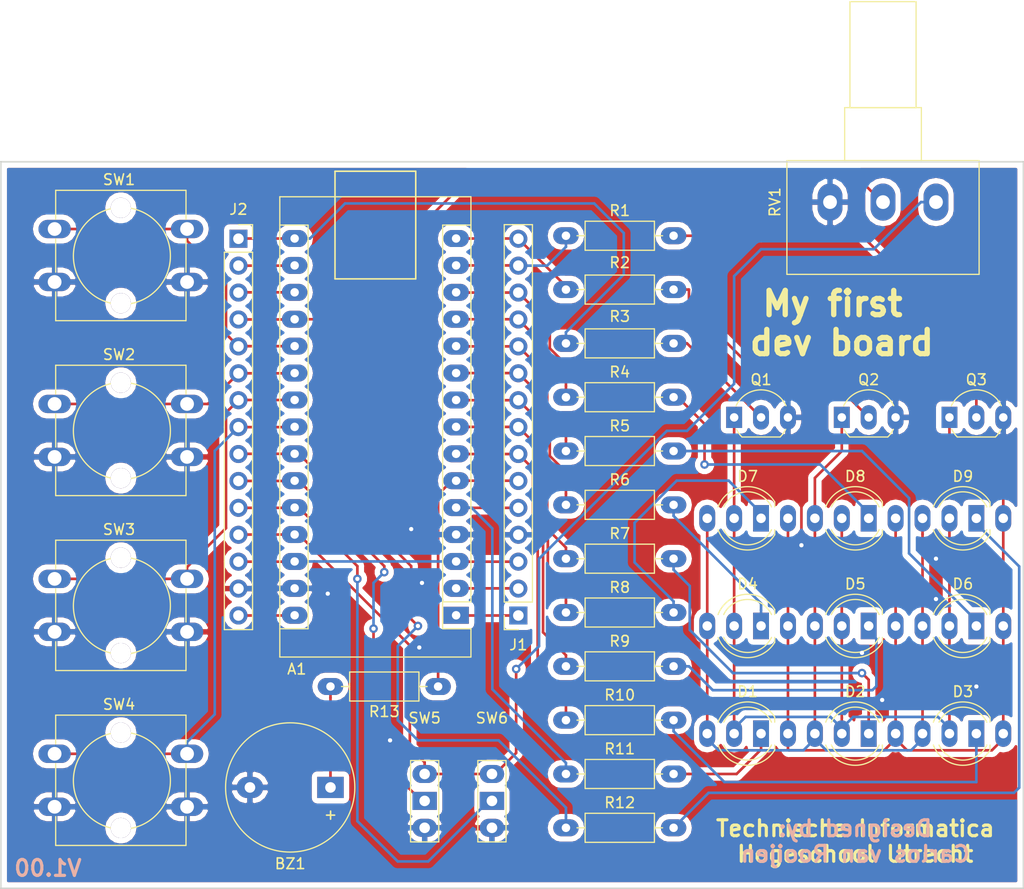
<source format=kicad_pcb>
(kicad_pcb (version 20171130) (host pcbnew 5.1.5)
  (layers (0 F.Cu signal) (31 B.Cu signal) (34 B.Paste user) (35 F.Paste user) (36 B.SilkS user) (37 F.SilkS user) (38 B.Mask user) (39 F.Mask user) (44 Edge.Cuts user))
  (net 0 "")
  (net 1 /tx)
  (net 2 +3V3)
  (net 3 /rx)
  (net 4 /aref)
  (net 5 /reset)
  (net 6 GND)
  (net 7 /sw1)
  (net 8 /led1)
  (net 9 /sw2)
  (net 10 /buzzer)
  (net 11 /sw3)
  (net 12 /led2)
  (net 13 /sw4)
  (net 14 /led3)
  (net 15 /sw5)
  (net 16 /led4)
  (net 17 /sw6)
  (net 18 /led5)
  (net 19 /pot)
  (net 20 /led6)
  (net 21 +5V)
  (net 22 /led7)
  (net 23 /led8)
  (net 24 /blue)
  (net 25 /vin)
  (net 26 /green)
  (net 27 /red)
  (net 28 "Net-(BZ1-Pad1)")
  (net 29 "Net-(D1-Pad1)")
  (net 30 "Net-(D1-Pad3)")
  (net 31 "Net-(D1-Pad2)")
  (net 32 "Net-(D1-Pad4)")
  (net 33 "Net-(D2-Pad4)")
  (net 34 "Net-(D3-Pad4)")
  (net 35 "Net-(D4-Pad4)")
  (net 36 "Net-(D5-Pad4)")
  (net 37 "Net-(D6-Pad4)")
  (net 38 "Net-(D7-Pad4)")
  (net 39 "Net-(D8-Pad4)")
  (net 40 "Net-(Q1-Pad2)")
  (net 41 "Net-(Q2-Pad2)")
  (net 42 "Net-(Q3-Pad2)")
  (net 43 /led9)
  (net 44 "Net-(D9-Pad4)")
  (module lib:LED_D5.0mm-4_RGB_wide (layer F.Cu) (at 84.455 38.1)
    (fp_text reference D8 (at 1.905 -3.96) (layer F.SilkS))
    (fp_text value LED_BGRA)
    (pad 2 thru_hole oval (at -1.905 0) (size 1.5 2.5) (drill 0.9) (layers *.Cu *.Mask) (net 31 "Net-(D1-Pad2)"))
    (pad 1 thru_hole oval (at 0.635 0) (size 1.5 2.5) (drill 0.9) (layers *.Cu *.Mask) (net 29 "Net-(D1-Pad1)"))
    (pad 4 thru_hole rect (at 3.175 0) (size 1.5 2.5) (drill 0.9) (layers *.Cu *.Mask) (net 39 "Net-(D8-Pad4)"))
    (pad 3 thru_hole oval (at 5.715 0) (size 1.5 2.5) (drill 0.9) (layers *.Cu *.Mask) (net 30 "Net-(D1-Pad3)"))
  )
  (module lib:LED_D5.0mm-4_RGB_wide (layer F.Cu) (at 74.295 58.42)
    (fp_text reference D1 (at 1.905 -3.96) (layer F.SilkS))
    (fp_text value LED_BGRA)
    (pad 2 thru_hole oval (at -1.905 0) (size 1.5 2.5) (drill 0.9) (layers *.Cu *.Mask) (net 31 "Net-(D1-Pad2)"))
    (pad 1 thru_hole oval (at 0.635 0) (size 1.5 2.5) (drill 0.9) (layers *.Cu *.Mask) (net 29 "Net-(D1-Pad1)"))
    (pad 4 thru_hole rect (at 3.175 0) (size 1.5 2.5) (drill 0.9) (layers *.Cu *.Mask) (net 32 "Net-(D1-Pad4)"))
    (pad 3 thru_hole oval (at 5.715 0) (size 1.5 2.5) (drill 0.9) (layers *.Cu *.Mask) (net 30 "Net-(D1-Pad3)"))
  )
  (module lib:LED_D5.0mm-4_RGB_wide (layer F.Cu) (at 84.455 58.42)
    (fp_text reference D2 (at 1.905 -3.96) (layer F.SilkS))
    (fp_text value LED_BGRA)
    (pad 2 thru_hole oval (at -1.905 0) (size 1.5 2.5) (drill 0.9) (layers *.Cu *.Mask) (net 31 "Net-(D1-Pad2)"))
    (pad 1 thru_hole oval (at 0.635 0) (size 1.5 2.5) (drill 0.9) (layers *.Cu *.Mask) (net 29 "Net-(D1-Pad1)"))
    (pad 4 thru_hole rect (at 3.175 0) (size 1.5 2.5) (drill 0.9) (layers *.Cu *.Mask) (net 33 "Net-(D2-Pad4)"))
    (pad 3 thru_hole oval (at 5.715 0) (size 1.5 2.5) (drill 0.9) (layers *.Cu *.Mask) (net 30 "Net-(D1-Pad3)"))
  )
  (module lib:LED_D5.0mm-4_RGB_wide (layer F.Cu) (at 94.615 58.42)
    (fp_text reference D3 (at 1.905 -3.96) (layer F.SilkS))
    (fp_text value LED_BGRA)
    (pad 2 thru_hole oval (at -1.905 0) (size 1.5 2.5) (drill 0.9) (layers *.Cu *.Mask) (net 31 "Net-(D1-Pad2)"))
    (pad 1 thru_hole oval (at 0.635 0) (size 1.5 2.5) (drill 0.9) (layers *.Cu *.Mask) (net 29 "Net-(D1-Pad1)"))
    (pad 4 thru_hole rect (at 3.175 0) (size 1.5 2.5) (drill 0.9) (layers *.Cu *.Mask) (net 34 "Net-(D3-Pad4)"))
    (pad 3 thru_hole oval (at 5.715 0) (size 1.5 2.5) (drill 0.9) (layers *.Cu *.Mask) (net 30 "Net-(D1-Pad3)"))
  )
  (module lib:LED_D5.0mm-4_RGB_wide (layer F.Cu) (at 74.295 48.26)
    (fp_text reference D4 (at 1.905 -3.96) (layer F.SilkS))
    (fp_text value LED_BGRA)
    (pad 2 thru_hole oval (at -1.905 0) (size 1.5 2.5) (drill 0.9) (layers *.Cu *.Mask) (net 31 "Net-(D1-Pad2)"))
    (pad 1 thru_hole oval (at 0.635 0) (size 1.5 2.5) (drill 0.9) (layers *.Cu *.Mask) (net 29 "Net-(D1-Pad1)"))
    (pad 4 thru_hole rect (at 3.175 0) (size 1.5 2.5) (drill 0.9) (layers *.Cu *.Mask) (net 35 "Net-(D4-Pad4)"))
    (pad 3 thru_hole oval (at 5.715 0) (size 1.5 2.5) (drill 0.9) (layers *.Cu *.Mask) (net 30 "Net-(D1-Pad3)"))
  )
  (module lib:LED_D5.0mm-4_RGB_wide (layer F.Cu) (at 84.455 48.26)
    (fp_text reference D5 (at 1.905 -3.96) (layer F.SilkS))
    (fp_text value LED_BGRA)
    (pad 2 thru_hole oval (at -1.905 0) (size 1.5 2.5) (drill 0.9) (layers *.Cu *.Mask) (net 31 "Net-(D1-Pad2)"))
    (pad 1 thru_hole oval (at 0.635 0) (size 1.5 2.5) (drill 0.9) (layers *.Cu *.Mask) (net 29 "Net-(D1-Pad1)"))
    (pad 4 thru_hole rect (at 3.175 0) (size 1.5 2.5) (drill 0.9) (layers *.Cu *.Mask) (net 36 "Net-(D5-Pad4)"))
    (pad 3 thru_hole oval (at 5.715 0) (size 1.5 2.5) (drill 0.9) (layers *.Cu *.Mask) (net 30 "Net-(D1-Pad3)"))
  )
  (module lib:LED_D5.0mm-4_RGB_wide (layer F.Cu) (at 94.615 48.26)
    (fp_text reference D6 (at 1.905 -3.96) (layer F.SilkS))
    (fp_text value LED_BGRA)
    (pad 2 thru_hole oval (at -1.905 0) (size 1.5 2.5) (drill 0.9) (layers *.Cu *.Mask) (net 31 "Net-(D1-Pad2)"))
    (pad 1 thru_hole oval (at 0.635 0) (size 1.5 2.5) (drill 0.9) (layers *.Cu *.Mask) (net 29 "Net-(D1-Pad1)"))
    (pad 4 thru_hole rect (at 3.175 0) (size 1.5 2.5) (drill 0.9) (layers *.Cu *.Mask) (net 37 "Net-(D6-Pad4)"))
    (pad 3 thru_hole oval (at 5.715 0) (size 1.5 2.5) (drill 0.9) (layers *.Cu *.Mask) (net 30 "Net-(D1-Pad3)"))
  )
  (module lib:LED_D5.0mm-4_RGB_wide (layer F.Cu) (at 74.295 38.1)
    (fp_text reference D7 (at 1.905 -3.96) (layer F.SilkS))
    (fp_text value LED_BGRA)
    (pad 2 thru_hole oval (at -1.905 0) (size 1.5 2.5) (drill 0.9) (layers *.Cu *.Mask) (net 31 "Net-(D1-Pad2)"))
    (pad 1 thru_hole oval (at 0.635 0) (size 1.5 2.5) (drill 0.9) (layers *.Cu *.Mask) (net 29 "Net-(D1-Pad1)"))
    (pad 4 thru_hole rect (at 3.175 0) (size 1.5 2.5) (drill 0.9) (layers *.Cu *.Mask) (net 38 "Net-(D7-Pad4)"))
    (pad 3 thru_hole oval (at 5.715 0) (size 1.5 2.5) (drill 0.9) (layers *.Cu *.Mask) (net 30 "Net-(D1-Pad3)"))
  )
  (module lib:LED_D5.0mm-4_RGB_wide (layer F.Cu) (at 94.615 38.1)
    (fp_text reference D9 (at 1.905 -3.96) (layer F.SilkS))
    (fp_text value LED_BGRA)
    (pad 2 thru_hole oval (at -1.905 0) (size 1.5 2.5) (drill 0.9) (layers *.Cu *.Mask) (net 31 "Net-(D1-Pad2)"))
    (pad 1 thru_hole oval (at 0.635 0) (size 1.5 2.5) (drill 0.9) (layers *.Cu *.Mask) (net 29 "Net-(D1-Pad1)"))
    (pad 4 thru_hole rect (at 3.175 0) (size 1.5 2.5) (drill 0.9) (layers *.Cu *.Mask) (net 44 "Net-(D9-Pad4)"))
    (pad 3 thru_hole oval (at 5.715 0) (size 1.5 2.5) (drill 0.9) (layers *.Cu *.Mask) (net 30 "Net-(D1-Pad3)"))
  )
  (module lib:Arduino_Nano_oval (layer F.Cu) (at 48.688552 47.251378 180)
    (fp_text reference A1 (at 15.033552 -5.08 180) (layer F.SilkS))
    (fp_text value Arduino_Nano_v3.x)
    (pad 1 thru_hole rect (at 0 0 180) (size 2.4 1.6) (drill 0.8) (layers *.Cu *.Mask) (net 1 /tx))
    (pad 17 thru_hole oval (at 15.24 33.02 180) (size 2.4 1.6) (drill 0.8) (layers *.Cu *.Mask) (net 2 +3V3))
    (pad 2 thru_hole oval (at 0 2.54 180) (size 2.4 1.6) (drill 0.8) (layers *.Cu *.Mask) (net 3 /rx))
    (pad 18 thru_hole oval (at 15.24 30.48 180) (size 2.4 1.6) (drill 0.8) (layers *.Cu *.Mask) (net 4 /aref))
    (pad 3 thru_hole oval (at 0 5.08 180) (size 2.4 1.6) (drill 0.8) (layers *.Cu *.Mask) (net 5 /reset))
    (pad 19 thru_hole oval (at 15.24 27.94 180) (size 2.4 1.6) (drill 0.8) (layers *.Cu *.Mask) (net 19 /pot))
    (pad 4 thru_hole oval (at 0 7.62 180) (size 2.4 1.6) (drill 0.8) (layers *.Cu *.Mask) (net 6 GND))
    (pad 20 thru_hole oval (at 15.24 25.4 180) (size 2.4 1.6) (drill 0.8) (layers *.Cu *.Mask) (net 7 /sw1))
    (pad 5 thru_hole oval (at 0 10.16 180) (size 2.4 1.6) (drill 0.8) (layers *.Cu *.Mask) (net 8 /led1))
    (pad 21 thru_hole oval (at 15.24 22.86 180) (size 2.4 1.6) (drill 0.8) (layers *.Cu *.Mask) (net 9 /sw2))
    (pad 6 thru_hole oval (at 0 12.7 180) (size 2.4 1.6) (drill 0.8) (layers *.Cu *.Mask) (net 10 /buzzer))
    (pad 22 thru_hole oval (at 15.24 20.32 180) (size 2.4 1.6) (drill 0.8) (layers *.Cu *.Mask) (net 11 /sw3))
    (pad 7 thru_hole oval (at 0 15.24 180) (size 2.4 1.6) (drill 0.8) (layers *.Cu *.Mask) (net 12 /led2))
    (pad 23 thru_hole oval (at 15.24 17.78 180) (size 2.4 1.6) (drill 0.8) (layers *.Cu *.Mask) (net 13 /sw4))
    (pad 8 thru_hole oval (at 0 17.78 180) (size 2.4 1.6) (drill 0.8) (layers *.Cu *.Mask) (net 14 /led3))
    (pad 24 thru_hole oval (at 15.24 15.24 180) (size 2.4 1.6) (drill 0.8) (layers *.Cu *.Mask) (net 43 /led9))
    (pad 9 thru_hole oval (at 0 20.32 180) (size 2.4 1.6) (drill 0.8) (layers *.Cu *.Mask) (net 16 /led4))
    (pad 25 thru_hole oval (at 15.24 12.7 180) (size 2.4 1.6) (drill 0.8) (layers *.Cu *.Mask) (net 17 /sw6))
    (pad 10 thru_hole oval (at 0 22.86 180) (size 2.4 1.6) (drill 0.8) (layers *.Cu *.Mask) (net 18 /led5))
    (pad 26 thru_hole oval (at 15.24 10.16 180) (size 2.4 1.6) (drill 0.8) (layers *.Cu *.Mask) (net 15 /sw5))
    (pad 11 thru_hole oval (at 0 25.4 180) (size 2.4 1.6) (drill 0.8) (layers *.Cu *.Mask) (net 20 /led6))
    (pad 27 thru_hole oval (at 15.24 7.62 180) (size 2.4 1.6) (drill 0.8) (layers *.Cu *.Mask) (net 21 +5V))
    (pad 12 thru_hole oval (at 0 27.94 180) (size 2.4 1.6) (drill 0.8) (layers *.Cu *.Mask) (net 22 /led7))
    (pad 28 thru_hole oval (at 15.24 5.08 180) (size 2.4 1.6) (drill 0.8) (layers *.Cu *.Mask) (net 5 /reset))
    (pad 13 thru_hole oval (at 0 30.48 180) (size 2.4 1.6) (drill 0.8) (layers *.Cu *.Mask) (net 23 /led8))
    (pad 29 thru_hole oval (at 15.24 2.54 180) (size 2.4 1.6) (drill 0.8) (layers *.Cu *.Mask) (net 6 GND))
    (pad 14 thru_hole oval (at 0 33.02 180) (size 2.4 1.6) (drill 0.8) (layers *.Cu *.Mask) (net 24 /blue))
    (pad 30 thru_hole oval (at 15.24 0 180) (size 2.4 1.6) (drill 0.8) (layers *.Cu *.Mask) (net 25 /vin))
    (pad 15 thru_hole oval (at 0 35.56 180) (size 2.4 1.6) (drill 0.8) (layers *.Cu *.Mask) (net 26 /green))
    (pad 16 thru_hole oval (at 15.24 35.56 180) (size 2.4 1.6) (drill 0.8) (layers *.Cu *.Mask) (net 27 /red))
  )
  (module Connector_PinSocket_2.54mm:PinSocket_1x15_P2.54mm_Vertical (layer F.Cu) (at 54.561553 47.272379 180)
    (fp_text reference J1 (at 0 -2.77 180) (layer F.SilkS))
    (fp_text value Conn_01x15_Male)
    (pad 15 thru_hole oval (at 0 35.56 180) (size 1.7 1.7) (drill 1) (layers *.Cu *.Mask) (net 26 /green))
    (pad 14 thru_hole oval (at 0 33.02 180) (size 1.7 1.7) (drill 1) (layers *.Cu *.Mask) (net 24 /blue))
    (pad 13 thru_hole oval (at 0 30.48 180) (size 1.7 1.7) (drill 1) (layers *.Cu *.Mask) (net 23 /led8))
    (pad 12 thru_hole oval (at 0 27.94 180) (size 1.7 1.7) (drill 1) (layers *.Cu *.Mask) (net 22 /led7))
    (pad 11 thru_hole oval (at 0 25.4 180) (size 1.7 1.7) (drill 1) (layers *.Cu *.Mask) (net 20 /led6))
    (pad 10 thru_hole oval (at 0 22.86 180) (size 1.7 1.7) (drill 1) (layers *.Cu *.Mask) (net 18 /led5))
    (pad 9 thru_hole oval (at 0 20.32 180) (size 1.7 1.7) (drill 1) (layers *.Cu *.Mask) (net 16 /led4))
    (pad 8 thru_hole oval (at 0 17.78 180) (size 1.7 1.7) (drill 1) (layers *.Cu *.Mask) (net 14 /led3))
    (pad 7 thru_hole oval (at 0 15.24 180) (size 1.7 1.7) (drill 1) (layers *.Cu *.Mask) (net 12 /led2))
    (pad 6 thru_hole oval (at 0 12.7 180) (size 1.7 1.7) (drill 1) (layers *.Cu *.Mask) (net 10 /buzzer))
    (pad 5 thru_hole oval (at 0 10.16 180) (size 1.7 1.7) (drill 1) (layers *.Cu *.Mask) (net 8 /led1))
    (pad 4 thru_hole oval (at 0 7.62 180) (size 1.7 1.7) (drill 1) (layers *.Cu *.Mask) (net 6 GND))
    (pad 3 thru_hole oval (at 0 5.08 180) (size 1.7 1.7) (drill 1) (layers *.Cu *.Mask) (net 5 /reset))
    (pad 2 thru_hole oval (at 0 2.54 180) (size 1.7 1.7) (drill 1) (layers *.Cu *.Mask) (net 3 /rx))
    (pad 1 thru_hole rect (at 0 0 180) (size 1.7 1.7) (drill 1) (layers *.Cu *.Mask) (net 1 /tx))
  )
  (module Connector_PinSocket_2.54mm:PinSocket_1x15_P2.54mm_Vertical (layer F.Cu) (at 28.145553 11.712379)
    (fp_text reference J2 (at 0 -2.77) (layer F.SilkS))
    (fp_text value Conn_01x15_Male)
    (pad 15 thru_hole oval (at 0 35.56) (size 1.7 1.7) (drill 1) (layers *.Cu *.Mask) (net 25 /vin))
    (pad 14 thru_hole oval (at 0 33.02) (size 1.7 1.7) (drill 1) (layers *.Cu *.Mask) (net 6 GND))
    (pad 13 thru_hole oval (at 0 30.48) (size 1.7 1.7) (drill 1) (layers *.Cu *.Mask) (net 5 /reset))
    (pad 12 thru_hole oval (at 0 27.94) (size 1.7 1.7) (drill 1) (layers *.Cu *.Mask) (net 21 +5V))
    (pad 11 thru_hole oval (at 0 25.4) (size 1.7 1.7) (drill 1) (layers *.Cu *.Mask) (net 15 /sw5))
    (pad 10 thru_hole oval (at 0 22.86) (size 1.7 1.7) (drill 1) (layers *.Cu *.Mask) (net 17 /sw6))
    (pad 9 thru_hole oval (at 0 20.32) (size 1.7 1.7) (drill 1) (layers *.Cu *.Mask) (net 43 /led9))
    (pad 8 thru_hole oval (at 0 17.78) (size 1.7 1.7) (drill 1) (layers *.Cu *.Mask) (net 13 /sw4))
    (pad 7 thru_hole oval (at 0 15.24) (size 1.7 1.7) (drill 1) (layers *.Cu *.Mask) (net 11 /sw3))
    (pad 6 thru_hole oval (at 0 12.7) (size 1.7 1.7) (drill 1) (layers *.Cu *.Mask) (net 9 /sw2))
    (pad 5 thru_hole oval (at 0 10.16) (size 1.7 1.7) (drill 1) (layers *.Cu *.Mask) (net 7 /sw1))
    (pad 4 thru_hole oval (at 0 7.62) (size 1.7 1.7) (drill 1) (layers *.Cu *.Mask) (net 19 /pot))
    (pad 3 thru_hole oval (at 0 5.08) (size 1.7 1.7) (drill 1) (layers *.Cu *.Mask) (net 4 /aref))
    (pad 2 thru_hole oval (at 0 2.54) (size 1.7 1.7) (drill 1) (layers *.Cu *.Mask) (net 2 +3V3))
    (pad 1 thru_hole rect (at 0 0) (size 1.7 1.7) (drill 1) (layers *.Cu *.Mask) (net 27 /red))
  )
  (module lib:SW_PUSH-12mm_with_poles (layer F.Cu) (at 10.795 10.795)
    (fp_text reference SW1 (at 6.08 -4.66) (layer F.SilkS))
    (fp_text value SW_Push)
    (pad 2 thru_hole oval (at 0 5) (size 3.048 1.7272) (drill 1.3) (layers *.Cu *.Mask) (net 6 GND))
    (pad 1 thru_hole oval (at 0 0) (size 3.048 1.7272) (drill 1.3) (layers *.Cu *.Mask) (net 7 /sw1))
    (pad 2 thru_hole oval (at 12.5 5) (size 3.048 1.7272) (drill 1.3) (layers *.Cu *.Mask) (net 6 GND))
    (pad 1 thru_hole oval (at 12.5 0) (size 3.048 1.7272) (drill 1.3) (layers *.Cu *.Mask) (net 7 /sw1))
    (pad 0 thru_hole oval (at 6.25 -2) (size 1.9 1.9) (drill 1.9) (layers *.Cu *.Mask))
    (pad 0 thru_hole oval (at 6.25 7) (size 1.9 1.9) (drill 1.9) (layers *.Cu *.Mask))
  )
  (module lib:SW_PUSH-12mm_with_poles (layer F.Cu) (at 10.795 27.305)
    (fp_text reference SW2 (at 6.08 -4.66) (layer F.SilkS))
    (fp_text value SW_Push)
    (pad 2 thru_hole oval (at 0 5) (size 3.048 1.7272) (drill 1.3) (layers *.Cu *.Mask) (net 6 GND))
    (pad 1 thru_hole oval (at 0 0) (size 3.048 1.7272) (drill 1.3) (layers *.Cu *.Mask) (net 9 /sw2))
    (pad 2 thru_hole oval (at 12.5 5) (size 3.048 1.7272) (drill 1.3) (layers *.Cu *.Mask) (net 6 GND))
    (pad 1 thru_hole oval (at 12.5 0) (size 3.048 1.7272) (drill 1.3) (layers *.Cu *.Mask) (net 9 /sw2))
    (pad 0 thru_hole oval (at 6.25 -2) (size 1.9 1.9) (drill 1.9) (layers *.Cu *.Mask))
    (pad 0 thru_hole oval (at 6.25 7) (size 1.9 1.9) (drill 1.9) (layers *.Cu *.Mask))
  )
  (module lib:SW_PUSH-12mm_with_poles (layer F.Cu) (at 10.795 43.815)
    (fp_text reference SW3 (at 6.08 -4.66) (layer F.SilkS))
    (fp_text value SW_Push)
    (pad 2 thru_hole oval (at 0 5) (size 3.048 1.7272) (drill 1.3) (layers *.Cu *.Mask) (net 6 GND))
    (pad 1 thru_hole oval (at 0 0) (size 3.048 1.7272) (drill 1.3) (layers *.Cu *.Mask) (net 11 /sw3))
    (pad 2 thru_hole oval (at 12.5 5) (size 3.048 1.7272) (drill 1.3) (layers *.Cu *.Mask) (net 6 GND))
    (pad 1 thru_hole oval (at 12.5 0) (size 3.048 1.7272) (drill 1.3) (layers *.Cu *.Mask) (net 11 /sw3))
    (pad 0 thru_hole oval (at 6.25 -2) (size 1.9 1.9) (drill 1.9) (layers *.Cu *.Mask))
    (pad 0 thru_hole oval (at 6.25 7) (size 1.9 1.9) (drill 1.9) (layers *.Cu *.Mask))
  )
  (module lib:SW_PUSH-12mm_with_poles (layer F.Cu) (at 10.795 60.325)
    (fp_text reference SW4 (at 6.08 -4.66) (layer F.SilkS))
    (fp_text value SW_Push)
    (pad 2 thru_hole oval (at 0 5) (size 3.048 1.7272) (drill 1.3) (layers *.Cu *.Mask) (net 6 GND))
    (pad 1 thru_hole oval (at 0 0) (size 3.048 1.7272) (drill 1.3) (layers *.Cu *.Mask) (net 13 /sw4))
    (pad 2 thru_hole oval (at 12.5 5) (size 3.048 1.7272) (drill 1.3) (layers *.Cu *.Mask) (net 6 GND))
    (pad 1 thru_hole oval (at 12.5 0) (size 3.048 1.7272) (drill 1.3) (layers *.Cu *.Mask) (net 13 /sw4))
    (pad 0 thru_hole oval (at 6.25 -2) (size 1.9 1.9) (drill 1.9) (layers *.Cu *.Mask))
    (pad 0 thru_hole oval (at 6.25 7) (size 1.9 1.9) (drill 1.9) (layers *.Cu *.Mask))
  )
  (module lib:R_Axial_DIN0207_L6.3mm_D2.5mm_P10.16mm_Horizontal_oval (layer F.Cu) (at 59.055 62.23)
    (fp_text reference R11 (at 5.08 -2.37) (layer F.SilkS))
    (fp_text value 1kΩ)
    (pad 1 thru_hole oval (at 0 0) (size 2.4 1.6) (drill 0.8) (layers *.Cu *.Mask) (net 8 /led1))
    (pad 2 thru_hole oval (at 10.16 0) (size 2.4 1.6) (drill 0.8) (layers *.Cu *.Mask) (net 32 "Net-(D1-Pad4)"))
  )
  (module lib:R_Axial_DIN0207_L6.3mm_D2.5mm_P10.16mm_Horizontal_oval (layer F.Cu) (at 59.055 41.91)
    (fp_text reference R7 (at 5.08 -2.37) (layer F.SilkS))
    (fp_text value 1kΩ)
    (pad 1 thru_hole oval (at 0 0) (size 2.4 1.6) (drill 0.8) (layers *.Cu *.Mask) (net 18 /led5))
    (pad 2 thru_hole oval (at 10.16 0) (size 2.4 1.6) (drill 0.8) (layers *.Cu *.Mask) (net 33 "Net-(D2-Pad4)"))
  )
  (module lib:R_Axial_DIN0207_L6.3mm_D2.5mm_P10.16mm_Horizontal_oval (layer F.Cu) (at 59.055 57.15)
    (fp_text reference R10 (at 5.08 -2.37) (layer F.SilkS))
    (fp_text value 1kΩ)
    (pad 1 thru_hole oval (at 0 0) (size 2.4 1.6) (drill 0.8) (layers *.Cu *.Mask) (net 12 /led2))
    (pad 2 thru_hole oval (at 10.16 0) (size 2.4 1.6) (drill 0.8) (layers *.Cu *.Mask) (net 34 "Net-(D3-Pad4)"))
  )
  (module lib:R_Axial_DIN0207_L6.3mm_D2.5mm_P10.16mm_Horizontal_oval (layer F.Cu) (at 59.055 36.83)
    (fp_text reference R6 (at 5.08 -2.37) (layer F.SilkS))
    (fp_text value 1kΩ)
    (pad 1 thru_hole oval (at 0 0) (size 2.4 1.6) (drill 0.8) (layers *.Cu *.Mask) (net 20 /led6))
    (pad 2 thru_hole oval (at 10.16 0) (size 2.4 1.6) (drill 0.8) (layers *.Cu *.Mask) (net 35 "Net-(D4-Pad4)"))
  )
  (module lib:R_Axial_DIN0207_L6.3mm_D2.5mm_P10.16mm_Horizontal_oval (layer F.Cu) (at 59.055 52.07)
    (fp_text reference R9 (at 5.08 -2.37) (layer F.SilkS))
    (fp_text value 1kΩ)
    (pad 1 thru_hole oval (at 0 0) (size 2.4 1.6) (drill 0.8) (layers *.Cu *.Mask) (net 14 /led3))
    (pad 2 thru_hole oval (at 10.16 0) (size 2.4 1.6) (drill 0.8) (layers *.Cu *.Mask) (net 36 "Net-(D5-Pad4)"))
  )
  (module lib:R_Axial_DIN0207_L6.3mm_D2.5mm_P10.16mm_Horizontal_oval (layer F.Cu) (at 59.055 31.75)
    (fp_text reference R5 (at 5.08 -2.37) (layer F.SilkS))
    (fp_text value 1kΩ)
    (pad 1 thru_hole oval (at 0 0) (size 2.4 1.6) (drill 0.8) (layers *.Cu *.Mask) (net 22 /led7))
    (pad 2 thru_hole oval (at 10.16 0) (size 2.4 1.6) (drill 0.8) (layers *.Cu *.Mask) (net 37 "Net-(D6-Pad4)"))
  )
  (module lib:R_Axial_DIN0207_L6.3mm_D2.5mm_P10.16mm_Horizontal_oval (layer F.Cu) (at 59.055 46.99)
    (fp_text reference R8 (at 5.08 -2.37) (layer F.SilkS))
    (fp_text value 1kΩ)
    (pad 1 thru_hole oval (at 0 0) (size 2.4 1.6) (drill 0.8) (layers *.Cu *.Mask) (net 16 /led4))
    (pad 2 thru_hole oval (at 10.16 0) (size 2.4 1.6) (drill 0.8) (layers *.Cu *.Mask) (net 38 "Net-(D7-Pad4)"))
  )
  (module lib:R_Axial_DIN0207_L6.3mm_D2.5mm_P10.16mm_Horizontal_oval (layer F.Cu) (at 59.055 26.67)
    (fp_text reference R4 (at 5.08 -2.37) (layer F.SilkS))
    (fp_text value 1kΩ)
    (pad 1 thru_hole oval (at 0 0) (size 2.4 1.6) (drill 0.8) (layers *.Cu *.Mask) (net 23 /led8))
    (pad 2 thru_hole oval (at 10.16 0) (size 2.4 1.6) (drill 0.8) (layers *.Cu *.Mask) (net 39 "Net-(D8-Pad4)"))
  )
  (module lib:R_Axial_DIN0207_L6.3mm_D2.5mm_P10.16mm_Horizontal_oval (layer F.Cu) (at 69.215 21.59 180)
    (fp_text reference R3 (at 5.08 2.54 180) (layer F.SilkS))
    (fp_text value 1kΩ)
    (pad 1 thru_hole oval (at 0 0 180) (size 2.4 1.6) (drill 0.8) (layers *.Cu *.Mask) (net 40 "Net-(Q1-Pad2)"))
    (pad 2 thru_hole oval (at 10.16 0 180) (size 2.4 1.6) (drill 0.8) (layers *.Cu *.Mask) (net 27 /red))
  )
  (module lib:R_Axial_DIN0207_L6.3mm_D2.5mm_P10.16mm_Horizontal_oval (layer F.Cu) (at 59.055 11.43)
    (fp_text reference R1 (at 5.08 -2.37) (layer F.SilkS))
    (fp_text value 1kΩ)
    (pad 1 thru_hole oval (at 0 0) (size 2.4 1.6) (drill 0.8) (layers *.Cu *.Mask) (net 24 /blue))
    (pad 2 thru_hole oval (at 10.16 0) (size 2.4 1.6) (drill 0.8) (layers *.Cu *.Mask) (net 42 "Net-(Q3-Pad2)"))
  )
  (module lib:R_Axial_DIN0207_L6.3mm_D2.5mm_P10.16mm_Horizontal_oval (layer F.Cu) (at 69.215 16.51 180)
    (fp_text reference R2 (at 5.08 2.54 180) (layer F.SilkS))
    (fp_text value 1kΩ)
    (pad 1 thru_hole oval (at 0 0 180) (size 2.4 1.6) (drill 0.8) (layers *.Cu *.Mask) (net 41 "Net-(Q2-Pad2)"))
    (pad 2 thru_hole oval (at 10.16 0 180) (size 2.4 1.6) (drill 0.8) (layers *.Cu *.Mask) (net 26 /green))
  )
  (module lib:R_Axial_DIN0207_L6.3mm_D2.5mm_P10.16mm_Horizontal_oval (layer F.Cu) (at 46.99 53.975 180)
    (fp_text reference R13 (at 5.08 -2.37 180) (layer F.SilkS))
    (fp_text value R)
    (pad 1 thru_hole oval (at 0 0 180) (size 2.4 1.6) (drill 0.8) (layers *.Cu *.Mask) (net 10 /buzzer))
    (pad 2 thru_hole oval (at 10.16 0 180) (size 2.4 1.6) (drill 0.8) (layers *.Cu *.Mask) (net 28 "Net-(BZ1-Pad1)"))
  )
  (module lib:R_Axial_DIN0207_L6.3mm_D2.5mm_P10.16mm_Horizontal_oval (layer F.Cu) (at 59.055 67.31)
    (fp_text reference R12 (at 5.08 -2.37) (layer F.SilkS))
    (fp_text value 1kΩ)
    (pad 1 thru_hole oval (at 0 0) (size 2.4 1.6) (drill 0.8) (layers *.Cu *.Mask) (net 43 /led9))
    (pad 2 thru_hole oval (at 10.16 0) (size 2.4 1.6) (drill 0.8) (layers *.Cu *.Mask) (net 44 "Net-(D9-Pad4)"))
  )
  (module lib:Buzzer_12x9.5RM7.6_oval (layer F.Cu) (at 36.83 63.5 180)
    (fp_text reference BZ1 (at 3.8 -7.2 180) (layer F.SilkS))
    (fp_text value Buzzer)
    (fp_text user + (at -0.01 -2.54 180) (layer F.SilkS))
    (pad 1 thru_hole rect (at 0 0 180) (size 2.5 2) (drill 1) (layers *.Cu *.Mask) (net 28 "Net-(BZ1-Pad1)"))
    (pad 2 thru_hole oval (at 7.6 0 180) (size 2.5 2) (drill 1) (layers *.Cu *.Mask) (net 6 GND))
  )
  (module lib:PinHeader_1x03_P2.54mm_Vertical_oval (layer F.Cu) (at 52.07 62.23)
    (fp_text reference SW6 (at 0 -5.2764) (layer F.SilkS))
    (fp_text value SW_SLIDER)
    (pad 3 thru_hole oval (at 0 5.08) (size 2.3 1.7) (drill 1) (layers *.Cu *.Mask) (net 6 GND))
    (pad 2 thru_hole rect (at 0 2.54) (size 2.3 1.7) (drill 1) (layers *.Cu *.Mask) (net 15 /sw5))
    (pad 1 thru_hole oval (at 0 0) (size 2.3 1.7) (drill 1) (layers *.Cu *.Mask) (net 21 +5V))
  )
  (module lib:PinHeader_1x03_P2.54mm_Vertical_oval (layer F.Cu) (at 45.72 62.23)
    (fp_text reference SW5 (at 0 -5.2764) (layer F.SilkS))
    (fp_text value SW_SLIDER)
    (pad 3 thru_hole oval (at 0 5.08) (size 2.3 1.7) (drill 1) (layers *.Cu *.Mask) (net 6 GND))
    (pad 2 thru_hole rect (at 0 2.54) (size 2.3 1.7) (drill 1) (layers *.Cu *.Mask) (net 17 /sw6))
    (pad 1 thru_hole oval (at 0 0) (size 2.3 1.7) (drill 1) (layers *.Cu *.Mask) (net 21 +5V))
  )
  (module lib:Potentiometer_Alps_RK163_Single_Horizontal_oval (layer F.Cu) (at 93.98 8.255 90)
    (fp_text reference RV1 (at 0 -15.2 90) (layer F.SilkS))
    (fp_text value R_POT)
    (pad 3 thru_hole oval (at 0 -10 90) (size 3.5 2.34) (drill 1.3) (layers *.Cu *.Mask) (net 6 GND))
    (pad 2 thru_hole oval (at 0 -5 90) (size 3.5 2.34) (drill 1.3) (layers *.Cu *.Mask) (net 19 /pot))
    (pad 1 thru_hole oval (at 0 0 90) (size 3.5 2.34) (drill 1.3) (layers *.Cu *.Mask) (net 21 +5V))
  )
  (module lib:TO-92_Inline_Wide_oval (layer F.Cu) (at 74.93 28.575)
    (fp_text reference Q1 (at 2.54 -3.56) (layer F.SilkS))
    (fp_text value BC550)
    (pad 1 thru_hole rect (at 0 0 90) (size 2 1.5) (drill 0.8) (layers *.Cu *.Mask) (net 29 "Net-(D1-Pad1)"))
    (pad 3 thru_hole oval (at 5.08 0 90) (size 2.3 1.5) (drill 0.8) (layers *.Cu *.Mask) (net 6 GND))
    (pad 2 thru_hole oval (at 2.54 0 90) (size 2.3 1.5) (drill 0.8) (layers *.Cu *.Mask) (net 40 "Net-(Q1-Pad2)"))
  )
  (module lib:TO-92_Inline_Wide_oval (layer F.Cu) (at 85.09 28.575)
    (fp_text reference Q2 (at 2.54 -3.56) (layer F.SilkS))
    (fp_text value BC550)
    (pad 2 thru_hole oval (at 2.54 0 90) (size 2.3 1.5) (drill 0.8) (layers *.Cu *.Mask) (net 41 "Net-(Q2-Pad2)"))
    (pad 3 thru_hole oval (at 5.08 0 90) (size 2.3 1.5) (drill 0.8) (layers *.Cu *.Mask) (net 6 GND))
    (pad 1 thru_hole rect (at 0 0 90) (size 2 1.5) (drill 0.8) (layers *.Cu *.Mask) (net 31 "Net-(D1-Pad2)"))
  )
  (module lib:TO-92_Inline_Wide_oval (layer F.Cu) (at 95.25 28.575)
    (fp_text reference Q3 (at 2.54 -3.56) (layer F.SilkS))
    (fp_text value BC550)
    (pad 1 thru_hole rect (at 0 0 90) (size 2 1.5) (drill 0.8) (layers *.Cu *.Mask) (net 30 "Net-(D1-Pad3)"))
    (pad 3 thru_hole oval (at 5.08 0 90) (size 2.3 1.5) (drill 0.8) (layers *.Cu *.Mask) (net 6 GND))
    (pad 2 thru_hole oval (at 2.54 0 90) (size 2.3 1.5) (drill 0.8) (layers *.Cu *.Mask) (net 42 "Net-(Q3-Pad2)"))
  )
  (gr_text V1.00 (at 10.16 71.12) (layer B.SilkS) (effects (font (size 1.5 1.5) (thickness 0.3)) (justify mirror)))
  (gr_text "My first \ndev board" (at 85.09 19.685) (layer F.SilkS) (effects (font (size 2.2874 2.2874) (thickness 0.502))))
  (gr_text "Technische Informatica\nHogeschool Utrecht" (at 86.36 68.58) (layer F.SilkS) (effects (font (size 1.5 1.5) (thickness 0.3))))
  (gr_text "Designed by:\nCarlos van Rooijen" (at 86.36 68.58) (layer B.SilkS) (effects (font (size 1.5 1.5) (thickness 0.3)) (justify mirror)))
  (gr_line (start 102.235 73.025) (end 102.235 4.445) (layer Edge.Cuts) (width 0.15))
  (gr_line (start 5.715 73.025) (end 102.235 73.025) (layer Edge.Cuts) (width 0.15))
  (gr_line (start 5.715 4.445) (end 5.715 73.025) (layer Edge.Cuts) (width 0.15))
  (gr_line (start 102.235 4.445) (end 5.715 4.445) (layer Edge.Cuts) (width 0.15))
  (segment (start 48.709553 47.272379) (end 48.688552 47.251378) (width 0.25) (layer F.Cu) (net 1))
  (segment (start 54.561553 47.272379) (end 48.709553 47.272379) (width 0.25) (layer F.Cu) (net 1))
  (segment (start 33.427551 14.252379) (end 33.448552 14.231378) (width 0.25) (layer F.Cu) (net 2))
  (segment (start 28.145553 14.252379) (end 33.427551 14.252379) (width 0.25) (layer F.Cu) (net 2))
  (segment (start 54.540552 44.711378) (end 54.561553 44.732379) (width 0.25) (layer F.Cu) (net 3))
  (segment (start 48.688552 44.711378) (end 54.540552 44.711378) (width 0.25) (layer F.Cu) (net 3))
  (segment (start 28.166554 16.771378) (end 28.145553 16.792379) (width 0.25) (layer F.Cu) (net 4))
  (segment (start 33.448552 16.771378) (end 28.166554 16.771378) (width 0.25) (layer F.Cu) (net 4))
  (segment (start 48.709553 42.192379) (end 48.688552 42.171378) (width 0.25) (layer F.Cu) (net 5))
  (segment (start 54.561553 42.192379) (end 48.709553 42.192379) (width 0.25) (layer F.Cu) (net 5))
  (segment (start 33.427551 42.192379) (end 33.448552 42.171378) (width 0.25) (layer F.Cu) (net 5))
  (segment (start 28.145553 42.192379) (end 33.427551 42.192379) (width 0.25) (layer F.Cu) (net 5))
  (segment (start 33.448552 42.171378) (end 48.688552 42.171378) (width 0.25) (layer B.Cu) (net 5))
  (segment (start 54.540552 39.631378) (end 54.561553 39.652379) (width 0.25) (layer F.Cu) (net 6))
  (segment (start 48.688552 39.631378) (end 54.540552 39.631378) (width 0.25) (layer F.Cu) (net 6))
  (segment (start 28.166554 44.711378) (end 28.145553 44.732379) (width 0.25) (layer F.Cu) (net 6))
  (segment (start 33.448552 44.711378) (end 28.166554 44.711378) (width 0.25) (layer F.Cu) (net 6))
  (via (at 36.576 45.212) (size 0.8) (drill 0.4) (layers F.Cu B.Cu) (net 6))
  (via (at 45.466 44.196) (size 0.8) (drill 0.4) (layers F.Cu B.Cu) (net 6))
  (via (at 45.212 50.292) (size 0.8) (drill 0.4) (layers F.Cu B.Cu) (net 6))
  (segment (start 48.688552 39.631378) (end 49.537378 39.631378) (width 0.25) (layer F.Cu) (net 6))
  (via (at 44.45 39.116) (size 0.8) (drill 0.4) (layers F.Cu B.Cu) (net 6))
  (via (at 97.79 53.975) (size 0.8) (drill 0.4) (layers F.Cu B.Cu) (net 6))
  (via (at 88.9 55.245) (size 0.8) (drill 0.4) (layers F.Cu B.Cu) (net 6))
  (via (at 86.995 50.8) (size 0.8) (drill 0.4) (layers F.Cu B.Cu) (net 6))
  (via (at 93.98 45.72) (size 0.8) (drill 0.4) (layers F.Cu B.Cu) (net 6))
  (via (at 93.98 41.91) (size 0.8) (drill 0.4) (layers F.Cu B.Cu) (net 6))
  (via (at 42.45499 59.055) (size 0.8) (drill 0.4) (layers F.Cu B.Cu) (net 6))
  (via (at 81.28 40.64) (size 0.8) (drill 0.4) (layers F.Cu B.Cu) (net 6))
  (segment (start 81.28 40.64) (end 81.28 36.195) (width 0.25) (layer F.Cu) (net 6))
  (segment (start 28.166554 21.851378) (end 28.145553 21.872379) (width 0.25) (layer F.Cu) (net 7))
  (segment (start 33.448552 21.851378) (end 28.166554 21.851378) (width 0.25) (layer F.Cu) (net 7))
  (segment (start 23.295 10.795) (end 10.795 10.795) (width 0.25) (layer F.Cu) (net 7))
  (segment (start 27.295554 21.02238) (end 28.145553 21.872379) (width 0.25) (layer F.Cu) (net 7))
  (segment (start 26.970552 20.697378) (end 27.295554 21.02238) (width 0.25) (layer F.Cu) (net 7))
  (segment (start 26.970552 15.584152) (end 26.970552 20.697378) (width 0.25) (layer F.Cu) (net 7))
  (segment (start 23.295 11.9086) (end 26.970552 15.584152) (width 0.25) (layer F.Cu) (net 7))
  (segment (start 23.295 10.795) (end 23.295 11.9086) (width 0.25) (layer F.Cu) (net 7))
  (segment (start 48.709553 37.112379) (end 48.688552 37.091378) (width 0.25) (layer F.Cu) (net 8))
  (segment (start 54.561553 37.112379) (end 48.709553 37.112379) (width 0.25) (layer F.Cu) (net 8))
  (segment (start 59.055 61.18) (end 59.055 62.23) (width 0.25) (layer B.Cu) (net 8))
  (segment (start 52.106999 54.231999) (end 59.055 61.18) (width 0.25) (layer B.Cu) (net 8))
  (segment (start 52.106999 39.059825) (end 52.106999 54.231999) (width 0.25) (layer B.Cu) (net 8))
  (segment (start 50.138552 37.091378) (end 52.106999 39.059825) (width 0.25) (layer B.Cu) (net 8))
  (segment (start 48.688552 37.091378) (end 50.138552 37.091378) (width 0.25) (layer B.Cu) (net 8))
  (segment (start 33.427551 24.412379) (end 33.448552 24.391378) (width 0.25) (layer F.Cu) (net 9))
  (segment (start 28.145553 24.412379) (end 33.427551 24.412379) (width 0.25) (layer F.Cu) (net 9))
  (segment (start 10.795 27.305) (end 23.295 27.305) (width 0.25) (layer F.Cu) (net 9))
  (segment (start 25.252932 27.305) (end 28.145553 24.412379) (width 0.25) (layer F.Cu) (net 9))
  (segment (start 23.295 27.305) (end 25.252932 27.305) (width 0.25) (layer F.Cu) (net 9))
  (segment (start 54.540552 34.551378) (end 54.561553 34.572379) (width 0.25) (layer F.Cu) (net 10))
  (segment (start 48.688552 34.551378) (end 54.540552 34.551378) (width 0.25) (layer F.Cu) (net 10))
  (segment (start 48.288552 34.551378) (end 48.688552 34.551378) (width 0.25) (layer F.Cu) (net 10))
  (segment (start 46.99 35.84993) (end 48.288552 34.551378) (width 0.25) (layer F.Cu) (net 10))
  (segment (start 46.99 53.975) (end 46.99 35.84993) (width 0.25) (layer F.Cu) (net 10))
  (segment (start 28.166554 26.931378) (end 28.145553 26.952379) (width 0.25) (layer F.Cu) (net 11))
  (segment (start 33.448552 26.931378) (end 28.166554 26.931378) (width 0.25) (layer F.Cu) (net 11))
  (segment (start 10.795 43.815) (end 23.295 43.815) (width 0.25) (layer F.Cu) (net 11))
  (segment (start 27.295554 27.802378) (end 28.145553 26.952379) (width 0.25) (layer F.Cu) (net 11))
  (segment (start 26.970552 28.12738) (end 27.295554 27.802378) (width 0.25) (layer F.Cu) (net 11))
  (segment (start 26.970552 39.025848) (end 26.970552 28.12738) (width 0.25) (layer F.Cu) (net 11))
  (segment (start 23.295 42.7014) (end 26.970552 39.025848) (width 0.25) (layer F.Cu) (net 11))
  (segment (start 23.295 43.815) (end 23.295 42.7014) (width 0.25) (layer F.Cu) (net 11))
  (segment (start 48.709553 32.032379) (end 48.688552 32.011378) (width 0.25) (layer F.Cu) (net 12))
  (segment (start 54.561553 32.032379) (end 48.709553 32.032379) (width 0.25) (layer F.Cu) (net 12))
  (segment (start 59.055 55.245) (end 59.055 57.15) (width 0.25) (layer F.Cu) (net 12))
  (segment (start 55.937995 39.652225) (end 56.388 40.10223) (width 0.25) (layer F.Cu) (net 12))
  (segment (start 55.937994 33.40882) (end 55.937995 39.652225) (width 0.25) (layer F.Cu) (net 12))
  (segment (start 54.561553 32.032379) (end 55.937994 33.40882) (width 0.25) (layer F.Cu) (net 12))
  (segment (start 56.388 52.578) (end 59.055 55.245) (width 0.25) (layer F.Cu) (net 12))
  (segment (start 56.388 40.10223) (end 56.388 52.578) (width 0.25) (layer F.Cu) (net 12))
  (segment (start 33.427551 29.492379) (end 33.448552 29.471378) (width 0.25) (layer F.Cu) (net 13))
  (segment (start 28.145553 29.492379) (end 33.427551 29.492379) (width 0.25) (layer F.Cu) (net 13))
  (segment (start 10.795 60.325) (end 23.295 60.325) (width 0.25) (layer F.Cu) (net 13))
  (segment (start 23.295 59.2114) (end 25.908 56.5984) (width 0.25) (layer B.Cu) (net 13))
  (segment (start 23.295 60.325) (end 23.295 59.2114) (width 0.25) (layer B.Cu) (net 13))
  (segment (start 25.908 31.729932) (end 28.145553 29.492379) (width 0.25) (layer B.Cu) (net 13))
  (segment (start 25.908 56.5984) (end 25.908 31.729932) (width 0.25) (layer B.Cu) (net 13))
  (segment (start 54.540552 29.471378) (end 54.561553 29.492379) (width 0.25) (layer F.Cu) (net 14))
  (segment (start 48.688552 29.471378) (end 54.540552 29.471378) (width 0.25) (layer F.Cu) (net 14))
  (segment (start 54.561553 29.492379) (end 56.179957 31.110783) (width 0.25) (layer F.Cu) (net 14))
  (segment (start 56.179957 31.110783) (end 56.179957 32.775192) (width 0.25) (layer F.Cu) (net 14))
  (segment (start 56.896 48.861) (end 59.055 51.02) (width 0.25) (layer F.Cu) (net 14))
  (segment (start 56.896 39.97382) (end 56.896 48.861) (width 0.25) (layer F.Cu) (net 14))
  (segment (start 56.388003 32.983238) (end 56.388004 39.465824) (width 0.25) (layer F.Cu) (net 14))
  (segment (start 56.388004 39.465824) (end 56.896 39.97382) (width 0.25) (layer F.Cu) (net 14))
  (segment (start 59.055 51.02) (end 59.055 52.07) (width 0.25) (layer F.Cu) (net 14))
  (segment (start 56.179957 32.775192) (end 56.388003 32.983238) (width 0.25) (layer F.Cu) (net 14))
  (segment (start 33.427551 37.112379) (end 33.448552 37.091378) (width 0.25) (layer F.Cu) (net 15))
  (segment (start 28.145553 37.112379) (end 33.427551 37.112379) (width 0.25) (layer F.Cu) (net 15))
  (via (at 39.37 43.815) (size 0.8) (drill 0.4) (layers F.Cu B.Cu) (net 15))
  (segment (start 39.37 42.612826) (end 39.37 43.815) (width 0.25) (layer F.Cu) (net 15))
  (segment (start 33.448552 37.091378) (end 33.848552 37.091378) (width 0.25) (layer F.Cu) (net 15))
  (segment (start 33.848552 37.091378) (end 39.37 42.612826) (width 0.25) (layer F.Cu) (net 15))
  (segment (start 51.77 64.77) (end 52.07 64.77) (width 0.25) (layer B.Cu) (net 15))
  (segment (start 46.055 70.485) (end 51.77 64.77) (width 0.25) (layer B.Cu) (net 15))
  (segment (start 43.18 70.485) (end 46.055 70.485) (width 0.25) (layer B.Cu) (net 15))
  (segment (start 39.37 43.815) (end 39.37 66.675) (width 0.25) (layer B.Cu) (net 15))
  (segment (start 39.37 66.675) (end 43.18 70.485) (width 0.25) (layer B.Cu) (net 15))
  (segment (start 48.709553 26.952379) (end 48.688552 26.931378) (width 0.25) (layer F.Cu) (net 16))
  (segment (start 54.561553 26.952379) (end 48.709553 26.952379) (width 0.25) (layer F.Cu) (net 16))
  (segment (start 59.055 45.94) (end 59.055 46.99) (width 0.25) (layer F.Cu) (net 16))
  (segment (start 59.055 44.323) (end 59.055 45.94) (width 0.25) (layer F.Cu) (net 16))
  (segment (start 57.346011 42.614011) (end 59.055 44.323) (width 0.25) (layer F.Cu) (net 16))
  (segment (start 57.346011 39.787421) (end 57.346011 42.614011) (width 0.25) (layer F.Cu) (net 16))
  (segment (start 56.838013 39.279423) (end 57.346011 39.787421) (width 0.25) (layer F.Cu) (net 16))
  (segment (start 56.838012 32.796836) (end 56.838013 39.279423) (width 0.25) (layer F.Cu) (net 16))
  (segment (start 56.629968 32.588792) (end 56.838012 32.796836) (width 0.25) (layer F.Cu) (net 16))
  (segment (start 56.629968 29.020794) (end 56.629968 32.588792) (width 0.25) (layer F.Cu) (net 16))
  (segment (start 54.561553 26.952379) (end 56.629968 29.020794) (width 0.25) (layer F.Cu) (net 16))
  (segment (start 33.427551 34.572379) (end 33.448552 34.551378) (width 0.25) (layer F.Cu) (net 17))
  (segment (start 28.145553 34.572379) (end 33.427551 34.572379) (width 0.25) (layer F.Cu) (net 17))
  (segment (start 40.894 60.244) (end 40.894 48.514) (width 0.25) (layer F.Cu) (net 17))
  (segment (start 45.72 64.77) (end 45.42 64.77) (width 0.25) (layer F.Cu) (net 17))
  (via (at 40.894 48.514) (size 0.8) (drill 0.4) (layers F.Cu B.Cu) (net 17))
  (segment (start 45.42 64.77) (end 40.894 60.244) (width 0.25) (layer F.Cu) (net 17))
  (via (at 41.909996 43.180004) (size 0.8) (drill 0.4) (layers F.Cu B.Cu) (net 17))
  (segment (start 40.894 48.514) (end 40.894 44.196) (width 0.25) (layer B.Cu) (net 17))
  (segment (start 41.909996 42.612822) (end 41.909996 42.614319) (width 0.25) (layer F.Cu) (net 17))
  (segment (start 41.909996 42.614319) (end 41.909996 43.180004) (width 0.25) (layer F.Cu) (net 17))
  (segment (start 33.848552 34.551378) (end 41.909996 42.612822) (width 0.25) (layer F.Cu) (net 17))
  (segment (start 41.509997 43.580003) (end 41.909996 43.180004) (width 0.25) (layer B.Cu) (net 17))
  (segment (start 40.894 44.196) (end 41.509997 43.580003) (width 0.25) (layer B.Cu) (net 17))
  (segment (start 33.448552 34.551378) (end 33.848552 34.551378) (width 0.25) (layer F.Cu) (net 17))
  (segment (start 54.540552 24.391378) (end 54.561553 24.412379) (width 0.25) (layer F.Cu) (net 18))
  (segment (start 48.688552 24.391378) (end 54.540552 24.391378) (width 0.25) (layer F.Cu) (net 18))
  (segment (start 54.561553 24.412379) (end 56.388 26.238826) (width 0.25) (layer F.Cu) (net 18))
  (segment (start 56.388 28.142416) (end 57.079979 28.834395) (width 0.25) (layer F.Cu) (net 18))
  (segment (start 56.388 26.238826) (end 56.388 28.142416) (width 0.25) (layer F.Cu) (net 18))
  (segment (start 57.079979 28.834395) (end 57.079979 32.402394) (width 0.25) (layer F.Cu) (net 18))
  (segment (start 59.055 40.86) (end 59.055 41.91) (width 0.25) (layer F.Cu) (net 18))
  (segment (start 57.079979 32.402394) (end 57.288022 32.610437) (width 0.25) (layer F.Cu) (net 18))
  (segment (start 57.288022 32.610437) (end 57.288022 39.093022) (width 0.25) (layer F.Cu) (net 18))
  (segment (start 57.288022 39.093022) (end 59.055 40.86) (width 0.25) (layer F.Cu) (net 18))
  (segment (start 33.427551 19.332379) (end 33.448552 19.311378) (width 0.25) (layer F.Cu) (net 19))
  (segment (start 28.145553 19.332379) (end 33.427551 19.332379) (width 0.25) (layer F.Cu) (net 19))
  (segment (start 36.568622 19.311378) (end 33.448552 19.311378) (width 0.25) (layer F.Cu) (net 19))
  (segment (start 50.165 5.715) (end 36.568622 19.311378) (width 0.25) (layer F.Cu) (net 19))
  (segment (start 86.36 5.715) (end 50.165 5.715) (width 0.25) (layer F.Cu) (net 19))
  (segment (start 88.98 8.255) (end 88.9 8.255) (width 0.25) (layer F.Cu) (net 19))
  (segment (start 88.9 8.255) (end 86.36 5.715) (width 0.25) (layer F.Cu) (net 19))
  (segment (start 48.709553 21.872379) (end 48.688552 21.851378) (width 0.25) (layer F.Cu) (net 20))
  (segment (start 54.561553 21.872379) (end 48.709553 21.872379) (width 0.25) (layer F.Cu) (net 20))
  (segment (start 57.52999 28.647994) (end 57.52999 32.215994) (width 0.25) (layer F.Cu) (net 20))
  (segment (start 57.52999 32.215994) (end 59.055 33.741004) (width 0.25) (layer F.Cu) (net 20))
  (segment (start 59.055 33.741004) (end 59.055 35.78) (width 0.25) (layer F.Cu) (net 20))
  (segment (start 59.055 35.78) (end 59.055 36.83) (width 0.25) (layer F.Cu) (net 20))
  (segment (start 54.561553 21.872379) (end 56.642 23.952826) (width 0.25) (layer F.Cu) (net 20))
  (segment (start 56.838011 26.052426) (end 56.838011 27.956015) (width 0.25) (layer F.Cu) (net 20))
  (segment (start 56.642 25.856415) (end 56.838011 26.052426) (width 0.25) (layer F.Cu) (net 20))
  (segment (start 56.838011 27.956015) (end 57.52999 28.647994) (width 0.25) (layer F.Cu) (net 20))
  (segment (start 56.642 23.952826) (end 56.642 25.856415) (width 0.25) (layer F.Cu) (net 20))
  (segment (start 28.166554 39.631378) (end 28.145553 39.652379) (width 0.25) (layer F.Cu) (net 21))
  (segment (start 33.448552 39.631378) (end 28.166554 39.631378) (width 0.25) (layer F.Cu) (net 21))
  (segment (start 45.72 62.23) (end 52.07 62.23) (width 0.25) (layer F.Cu) (net 21))
  (segment (start 45.72 61.13) (end 45.72 62.23) (width 0.25) (layer F.Cu) (net 21))
  (segment (start 44.32 59.73) (end 45.72 61.13) (width 0.25) (layer F.Cu) (net 21))
  (segment (start 33.848552 39.631378) (end 44.32 50.102826) (width 0.25) (layer F.Cu) (net 21))
  (segment (start 33.448552 39.631378) (end 33.848552 39.631378) (width 0.25) (layer F.Cu) (net 21))
  (via (at 54.356 52.324) (size 0.8) (drill 0.4) (layers F.Cu B.Cu) (net 21))
  (segment (start 44.32 50.102826) (end 44.32 59.73) (width 0.25) (layer F.Cu) (net 21))
  (segment (start 52.37 62.23) (end 52.07 62.23) (width 0.25) (layer F.Cu) (net 21))
  (segment (start 54.356 60.244) (end 52.37 62.23) (width 0.25) (layer F.Cu) (net 21))
  (segment (start 54.356 52.324) (end 54.356 60.244) (width 0.25) (layer F.Cu) (net 21))
  (segment (start 92.56 8.255) (end 93.98 8.255) (width 0.25) (layer B.Cu) (net 21))
  (segment (start 88.115 12.7) (end 92.56 8.255) (width 0.25) (layer B.Cu) (net 21))
  (segment (start 74.93 15.24) (end 77.47 12.7) (width 0.25) (layer B.Cu) (net 21))
  (segment (start 56.515 50.165) (end 56.515 41.91) (width 0.25) (layer B.Cu) (net 21))
  (segment (start 54.356 52.324) (end 56.515 50.165) (width 0.25) (layer B.Cu) (net 21))
  (segment (start 56.515 41.91) (end 68.58 29.845) (width 0.25) (layer B.Cu) (net 21))
  (segment (start 77.47 12.7) (end 88.115 12.7) (width 0.25) (layer B.Cu) (net 21))
  (segment (start 68.58 29.845) (end 70.485 29.845) (width 0.25) (layer B.Cu) (net 21))
  (segment (start 74.93 25.4) (end 74.93 15.24) (width 0.25) (layer B.Cu) (net 21))
  (segment (start 70.485 29.845) (end 74.93 25.4) (width 0.25) (layer B.Cu) (net 21))
  (segment (start 54.540552 19.311378) (end 54.561553 19.332379) (width 0.25) (layer F.Cu) (net 22))
  (segment (start 48.688552 19.311378) (end 54.540552 19.311378) (width 0.25) (layer F.Cu) (net 22))
  (segment (start 57.288022 27.769616) (end 59.055 29.536594) (width 0.25) (layer F.Cu) (net 22))
  (segment (start 59.055 30.7) (end 59.055 31.75) (width 0.25) (layer F.Cu) (net 22))
  (segment (start 57.092011 22.254426) (end 57.092011 25.670015) (width 0.25) (layer F.Cu) (net 22))
  (segment (start 57.288022 25.866026) (end 57.288022 27.769616) (width 0.25) (layer F.Cu) (net 22))
  (segment (start 57.079979 22.242394) (end 57.092011 22.254426) (width 0.25) (layer F.Cu) (net 22))
  (segment (start 57.092011 25.670015) (end 57.288022 25.866026) (width 0.25) (layer F.Cu) (net 22))
  (segment (start 54.561553 19.332379) (end 57.079979 21.850805) (width 0.25) (layer F.Cu) (net 22))
  (segment (start 57.079979 21.850805) (end 57.079979 22.242394) (width 0.25) (layer F.Cu) (net 22))
  (segment (start 59.055 29.536594) (end 59.055 30.7) (width 0.25) (layer F.Cu) (net 22))
  (segment (start 48.709553 16.792379) (end 48.688552 16.771378) (width 0.25) (layer F.Cu) (net 23))
  (segment (start 54.561553 16.792379) (end 48.709553 16.792379) (width 0.25) (layer F.Cu) (net 23))
  (segment (start 57.52999 19.760816) (end 57.52999 22.055994) (width 0.25) (layer F.Cu) (net 23))
  (segment (start 54.561553 16.792379) (end 57.52999 19.760816) (width 0.25) (layer F.Cu) (net 23))
  (segment (start 59.055 25.62) (end 59.055 26.67) (width 0.25) (layer F.Cu) (net 23))
  (segment (start 57.52999 22.055994) (end 59.055 23.581004) (width 0.25) (layer F.Cu) (net 23))
  (segment (start 59.055 23.581004) (end 59.055 25.62) (width 0.25) (layer F.Cu) (net 23))
  (segment (start 54.540552 14.231378) (end 54.561553 14.252379) (width 0.25) (layer F.Cu) (net 24))
  (segment (start 48.688552 14.231378) (end 54.540552 14.231378) (width 0.25) (layer F.Cu) (net 24))
  (segment (start 57.282621 14.252379) (end 59.055 12.48) (width 0.25) (layer B.Cu) (net 24))
  (segment (start 59.055 12.48) (end 59.055 11.43) (width 0.25) (layer B.Cu) (net 24))
  (segment (start 54.561553 14.252379) (end 57.282621 14.252379) (width 0.25) (layer B.Cu) (net 24))
  (segment (start 33.427551 47.272379) (end 33.448552 47.251378) (width 0.25) (layer F.Cu) (net 25))
  (segment (start 28.145553 47.272379) (end 33.427551 47.272379) (width 0.25) (layer F.Cu) (net 25))
  (segment (start 54.540552 11.691378) (end 54.561553 11.712379) (width 0.25) (layer F.Cu) (net 26))
  (segment (start 48.688552 11.691378) (end 54.540552 11.691378) (width 0.25) (layer F.Cu) (net 26))
  (segment (start 59.055 16.205826) (end 59.055 16.51) (width 0.25) (layer F.Cu) (net 26))
  (segment (start 54.561553 11.712379) (end 59.055 16.205826) (width 0.25) (layer F.Cu) (net 26))
  (segment (start 28.166554 11.691378) (end 28.145553 11.712379) (width 0.25) (layer F.Cu) (net 27))
  (segment (start 33.448552 11.691378) (end 28.166554 11.691378) (width 0.25) (layer F.Cu) (net 27))
  (segment (start 59.055 20.54) (end 59.055 21.59) (width 0.25) (layer B.Cu) (net 27))
  (segment (start 34.898552 11.691378) (end 38.20793 8.382) (width 0.25) (layer B.Cu) (net 27))
  (segment (start 38.20793 8.382) (end 61.722 8.382) (width 0.25) (layer B.Cu) (net 27))
  (segment (start 33.448552 11.691378) (end 34.898552 11.691378) (width 0.25) (layer B.Cu) (net 27))
  (segment (start 61.722 8.382) (end 64.516 11.176) (width 0.25) (layer B.Cu) (net 27))
  (segment (start 64.516 11.176) (end 64.516 15.079) (width 0.25) (layer B.Cu) (net 27))
  (segment (start 64.516 15.079) (end 59.055 20.54) (width 0.25) (layer B.Cu) (net 27))
  (segment (start 36.83 55.025) (end 36.83 63.5) (width 0.25) (layer F.Cu) (net 28))
  (segment (start 36.83 53.975) (end 36.83 55.025) (width 0.25) (layer F.Cu) (net 28))
  (segment (start 74.93 38.1) (end 74.93 48.26) (width 0.25) (layer F.Cu) (net 29))
  (segment (start 74.93 49.76) (end 74.93 58.42) (width 0.25) (layer F.Cu) (net 29))
  (segment (start 74.93 48.26) (end 74.93 49.76) (width 0.25) (layer F.Cu) (net 29))
  (segment (start 85.09 56.92) (end 85.09 48.26) (width 0.25) (layer F.Cu) (net 29))
  (segment (start 85.09 58.42) (end 85.09 56.92) (width 0.25) (layer F.Cu) (net 29))
  (segment (start 85.09 48.26) (end 85.09 38.1) (width 0.25) (layer F.Cu) (net 29))
  (segment (start 95.25 58.42) (end 95.25 48.26) (width 0.25) (layer F.Cu) (net 29))
  (segment (start 95.25 46.76) (end 95.25 38.1) (width 0.25) (layer F.Cu) (net 29))
  (segment (start 95.25 48.26) (end 95.25 46.76) (width 0.25) (layer F.Cu) (net 29))
  (segment (start 74.93 28.575) (end 74.93 38.1) (width 0.25) (layer F.Cu) (net 29))
  (segment (start 84.01499 56.84499) (end 85.09 57.92) (width 0.25) (layer B.Cu) (net 29))
  (segment (start 76.00501 56.84499) (end 84.01499 56.84499) (width 0.25) (layer B.Cu) (net 29))
  (segment (start 74.93 57.92) (end 76.00501 56.84499) (width 0.25) (layer B.Cu) (net 29))
  (segment (start 74.93 58.42) (end 74.93 57.92) (width 0.25) (layer B.Cu) (net 29))
  (segment (start 95.25 57.92) (end 95.25 58.42) (width 0.25) (layer B.Cu) (net 29))
  (segment (start 94.17499 56.84499) (end 95.25 57.92) (width 0.25) (layer B.Cu) (net 29))
  (segment (start 86.16501 56.84499) (end 94.17499 56.84499) (width 0.25) (layer B.Cu) (net 29))
  (segment (start 85.09 57.92) (end 86.16501 56.84499) (width 0.25) (layer B.Cu) (net 29))
  (segment (start 85.09 58.42) (end 85.09 57.92) (width 0.25) (layer B.Cu) (net 29))
  (segment (start 80.01 58.42) (end 80.01 48.26) (width 0.25) (layer F.Cu) (net 30))
  (segment (start 80.01 48.26) (end 80.01 38.1) (width 0.25) (layer F.Cu) (net 30))
  (segment (start 90.17 38.1) (end 90.17 48.26) (width 0.25) (layer F.Cu) (net 30))
  (segment (start 90.17 49.76) (end 90.17 58.42) (width 0.25) (layer F.Cu) (net 30))
  (segment (start 90.17 48.26) (end 90.17 49.76) (width 0.25) (layer F.Cu) (net 30))
  (segment (start 100.33 38.1) (end 100.33 48.26) (width 0.25) (layer F.Cu) (net 30))
  (segment (start 100.33 48.26) (end 100.33 58.42) (width 0.25) (layer F.Cu) (net 30))
  (segment (start 95.25 28.575) (end 95.25 30.226) (width 0.25) (layer F.Cu) (net 30))
  (segment (start 100.33 35.306) (end 100.33 38.1) (width 0.25) (layer F.Cu) (net 30))
  (segment (start 95.25 30.226) (end 100.33 35.306) (width 0.25) (layer F.Cu) (net 30))
  (segment (start 89.094999 59.995001) (end 90.17 58.92) (width 0.25) (layer F.Cu) (net 30))
  (segment (start 80.01 59.92) (end 80.085001 59.995001) (width 0.25) (layer F.Cu) (net 30))
  (segment (start 80.085001 59.995001) (end 89.094999 59.995001) (width 0.25) (layer F.Cu) (net 30))
  (segment (start 80.01 58.42) (end 80.01 59.92) (width 0.25) (layer F.Cu) (net 30))
  (segment (start 100.33 58.92) (end 100.33 58.42) (width 0.25) (layer F.Cu) (net 30))
  (segment (start 99.254999 59.995001) (end 100.33 58.92) (width 0.25) (layer F.Cu) (net 30))
  (segment (start 91.245001 59.995001) (end 99.254999 59.995001) (width 0.25) (layer F.Cu) (net 30))
  (segment (start 90.17 58.92) (end 91.245001 59.995001) (width 0.25) (layer F.Cu) (net 30))
  (segment (start 90.17 58.42) (end 90.17 58.92) (width 0.25) (layer F.Cu) (net 30))
  (segment (start 72.39 38.1) (end 72.39 48.26) (width 0.25) (layer F.Cu) (net 31))
  (segment (start 72.39 48.26) (end 72.39 58.42) (width 0.25) (layer F.Cu) (net 31))
  (segment (start 82.55 48.26) (end 82.55 58.42) (width 0.25) (layer F.Cu) (net 31))
  (segment (start 82.55 39.6) (end 82.55 48.26) (width 0.25) (layer F.Cu) (net 31))
  (segment (start 82.55 38.1) (end 82.55 39.6) (width 0.25) (layer F.Cu) (net 31))
  (segment (start 92.71 39.6) (end 92.71 48.26) (width 0.25) (layer F.Cu) (net 31))
  (segment (start 92.71 38.1) (end 92.71 39.6) (width 0.25) (layer F.Cu) (net 31))
  (segment (start 92.71 48.26) (end 92.71 58.42) (width 0.25) (layer F.Cu) (net 31))
  (segment (start 85.09 28.575) (end 85.09 31.75) (width 0.25) (layer F.Cu) (net 31))
  (segment (start 82.55 34.29) (end 82.55 38.1) (width 0.25) (layer F.Cu) (net 31))
  (segment (start 85.09 31.75) (end 82.55 34.29) (width 0.25) (layer F.Cu) (net 31))
  (segment (start 81.47499 59.99501) (end 82.55 58.92) (width 0.25) (layer B.Cu) (net 31))
  (segment (start 72.39 58.92) (end 73.46501 59.99501) (width 0.25) (layer B.Cu) (net 31))
  (segment (start 73.46501 59.99501) (end 81.47499 59.99501) (width 0.25) (layer B.Cu) (net 31))
  (segment (start 72.39 58.42) (end 72.39 58.92) (width 0.25) (layer B.Cu) (net 31))
  (segment (start 91.63499 59.99501) (end 92.71 58.92) (width 0.25) (layer B.Cu) (net 31))
  (segment (start 92.71 58.92) (end 92.71 58.42) (width 0.25) (layer B.Cu) (net 31))
  (segment (start 82.55 58.92) (end 83.62501 59.99501) (width 0.25) (layer B.Cu) (net 31))
  (segment (start 83.62501 59.99501) (end 91.63499 59.99501) (width 0.25) (layer B.Cu) (net 31))
  (segment (start 82.55 58.42) (end 82.55 58.92) (width 0.25) (layer B.Cu) (net 31))
  (segment (start 70.665 62.23) (end 69.215 62.23) (width 0.25) (layer F.Cu) (net 32))
  (segment (start 75.16 62.23) (end 70.665 62.23) (width 0.25) (layer F.Cu) (net 32))
  (segment (start 77.47 59.92) (end 75.16 62.23) (width 0.25) (layer F.Cu) (net 32))
  (segment (start 77.47 58.42) (end 77.47 59.92) (width 0.25) (layer F.Cu) (net 32))
  (segment (start 70.74001 48.630303) (end 74.814707 52.705) (width 0.25) (layer B.Cu) (net 33))
  (segment (start 69.215 41.91) (end 69.215 42.96) (width 0.25) (layer B.Cu) (net 33))
  (segment (start 86.429315 52.705) (end 86.995 52.705) (width 0.25) (layer B.Cu) (net 33))
  (segment (start 70.74001 44.48501) (end 70.74001 44.48501) (width 0.25) (layer B.Cu) (net 33))
  (segment (start 87.63 58.42) (end 87.63 53.34) (width 0.25) (layer F.Cu) (net 33))
  (segment (start 87.63 53.34) (end 87.394999 53.104999) (width 0.25) (layer F.Cu) (net 33))
  (segment (start 74.814707 52.705) (end 86.429315 52.705) (width 0.25) (layer B.Cu) (net 33))
  (via (at 86.995 52.705) (size 0.8) (drill 0.4) (layers F.Cu B.Cu) (net 33))
  (segment (start 69.215 42.96) (end 70.74001 44.48501) (width 0.25) (layer B.Cu) (net 33))
  (segment (start 87.394999 53.104999) (end 86.995 52.705) (width 0.25) (layer F.Cu) (net 33))
  (segment (start 70.74001 44.48501) (end 70.74001 48.630303) (width 0.25) (layer B.Cu) (net 33))
  (segment (start 97.79 58.42) (end 97.79 62.992) (width 0.25) (layer B.Cu) (net 34))
  (segment (start 74.007 62.992) (end 69.215 58.2) (width 0.25) (layer B.Cu) (net 34))
  (segment (start 69.215 58.2) (end 69.215 57.15) (width 0.25) (layer B.Cu) (net 34))
  (segment (start 97.79 62.992) (end 74.007 62.992) (width 0.25) (layer B.Cu) (net 34))
  (segment (start 77.47 46.76) (end 77.47 48.26) (width 0.25) (layer B.Cu) (net 35))
  (segment (start 77.47 46.135) (end 77.47 46.76) (width 0.25) (layer B.Cu) (net 35))
  (segment (start 69.215 37.88) (end 77.47 46.135) (width 0.25) (layer B.Cu) (net 35))
  (segment (start 69.215 36.83) (end 69.215 37.88) (width 0.25) (layer B.Cu) (net 35))
  (segment (start 72.914001 54.319001) (end 70.665 52.07) (width 0.25) (layer B.Cu) (net 36))
  (segment (start 70.665 52.07) (end 69.215 52.07) (width 0.25) (layer B.Cu) (net 36))
  (segment (start 87.978001 54.319001) (end 72.914001 54.319001) (width 0.25) (layer B.Cu) (net 36))
  (segment (start 88.355001 53.942001) (end 87.978001 54.319001) (width 0.25) (layer B.Cu) (net 36))
  (segment (start 88.355001 49.485001) (end 88.355001 53.942001) (width 0.25) (layer B.Cu) (net 36))
  (segment (start 87.63 48.76) (end 88.355001 49.485001) (width 0.25) (layer B.Cu) (net 36))
  (segment (start 87.63 48.26) (end 87.63 48.76) (width 0.25) (layer B.Cu) (net 36))
  (segment (start 86.995 31.75) (end 69.215 31.75) (width 0.25) (layer B.Cu) (net 37))
  (segment (start 91.44 36.195) (end 86.995 31.75) (width 0.25) (layer B.Cu) (net 37))
  (segment (start 91.44 41.41) (end 91.44 36.195) (width 0.25) (layer B.Cu) (net 37))
  (segment (start 97.79 48.26) (end 97.79 47.76) (width 0.25) (layer B.Cu) (net 37))
  (segment (start 97.79 47.76) (end 91.44 41.41) (width 0.25) (layer B.Cu) (net 37))
  (segment (start 77.47 37.6) (end 74.414 34.544) (width 0.25) (layer B.Cu) (net 38))
  (segment (start 77.47 38.1) (end 77.47 37.6) (width 0.25) (layer B.Cu) (net 38))
  (segment (start 69.509996 34.544) (end 65.532 38.521996) (width 0.25) (layer B.Cu) (net 38))
  (segment (start 74.414 34.544) (end 69.509996 34.544) (width 0.25) (layer B.Cu) (net 38))
  (segment (start 65.532 42.257) (end 69.215 45.94) (width 0.25) (layer B.Cu) (net 38))
  (segment (start 69.215 45.94) (end 69.215 46.99) (width 0.25) (layer B.Cu) (net 38))
  (segment (start 65.532 38.521996) (end 65.532 42.257) (width 0.25) (layer B.Cu) (net 38))
  (via (at 72.136 33.02) (size 0.8) (drill 0.4) (layers F.Cu B.Cu) (net 39))
  (segment (start 82.55 33.02) (end 72.136 33.02) (width 0.25) (layer B.Cu) (net 39))
  (segment (start 87.63 38.1) (end 87.63 37.6) (width 0.25) (layer B.Cu) (net 39))
  (segment (start 83.05 33.02) (end 82.55 33.02) (width 0.25) (layer B.Cu) (net 39))
  (segment (start 87.63 37.6) (end 83.05 33.02) (width 0.25) (layer B.Cu) (net 39))
  (segment (start 69.615 26.67) (end 69.215 26.67) (width 0.25) (layer F.Cu) (net 39))
  (segment (start 72.136 29.191) (end 69.615 26.67) (width 0.25) (layer F.Cu) (net 39))
  (segment (start 72.136 33.02) (end 72.136 29.191) (width 0.25) (layer F.Cu) (net 39))
  (segment (start 76.2 27.305) (end 77.47 28.575) (width 0.25) (layer F.Cu) (net 40))
  (segment (start 69.215 21.59) (end 70.485 21.59) (width 0.25) (layer F.Cu) (net 40))
  (segment (start 70.485 21.59) (end 76.2 27.305) (width 0.25) (layer F.Cu) (net 40))
  (segment (start 70.665 16.51) (end 69.215 16.51) (width 0.25) (layer F.Cu) (net 41))
  (segment (start 79.375 26.67) (end 70.665 17.96) (width 0.25) (layer F.Cu) (net 41))
  (segment (start 85.725 26.67) (end 79.375 26.67) (width 0.25) (layer F.Cu) (net 41))
  (segment (start 70.665 17.96) (end 70.665 16.51) (width 0.25) (layer F.Cu) (net 41))
  (segment (start 85.725 26.67) (end 87.63 28.575) (width 0.25) (layer F.Cu) (net 41))
  (segment (start 69.215 11.43) (end 86.995 11.43) (width 0.25) (layer F.Cu) (net 42))
  (segment (start 97.79 22.225) (end 97.79 28.575) (width 0.25) (layer F.Cu) (net 42))
  (segment (start 86.995 11.43) (end 97.79 22.225) (width 0.25) (layer F.Cu) (net 42))
  (segment (start 28.166554 32.011378) (end 28.145553 32.032379) (width 0.25) (layer F.Cu) (net 43))
  (segment (start 33.448552 32.011378) (end 28.166554 32.011378) (width 0.25) (layer F.Cu) (net 43))
  (via (at 45.085 48.26) (size 0.8) (drill 0.4) (layers F.Cu B.Cu) (net 43))
  (segment (start 44.45 47.625) (end 45.085 48.26) (width 0.25) (layer F.Cu) (net 43))
  (segment (start 44.45 42.612826) (end 44.45 47.625) (width 0.25) (layer F.Cu) (net 43))
  (segment (start 33.448552 32.011378) (end 33.848552 32.011378) (width 0.25) (layer F.Cu) (net 43))
  (segment (start 33.848552 32.011378) (end 44.45 42.612826) (width 0.25) (layer F.Cu) (net 43))
  (segment (start 59.055 66.26) (end 59.055 67.31) (width 0.25) (layer B.Cu) (net 43))
  (segment (start 43.18 50.165) (end 43.18 57.15) (width 0.25) (layer B.Cu) (net 43))
  (segment (start 45.085 48.26) (end 43.18 50.165) (width 0.25) (layer B.Cu) (net 43))
  (segment (start 59.055 65.405) (end 59.055 66.26) (width 0.25) (layer B.Cu) (net 43))
  (segment (start 43.18 57.15) (end 45.085 59.055) (width 0.25) (layer B.Cu) (net 43))
  (segment (start 45.085 59.055) (end 52.705 59.055) (width 0.25) (layer B.Cu) (net 43))
  (segment (start 52.705 59.055) (end 59.055 65.405) (width 0.25) (layer B.Cu) (net 43))
  (segment (start 72.517 64.008) (end 69.215 67.31) (width 0.25) (layer B.Cu) (net 44))
  (segment (start 101.83499 42.64499) (end 101.83499 63.51901) (width 0.25) (layer B.Cu) (net 44))
  (segment (start 101.83499 63.51901) (end 101.346 64.008) (width 0.25) (layer B.Cu) (net 44))
  (segment (start 97.79 38.1) (end 97.79 38.6) (width 0.25) (layer B.Cu) (net 44))
  (segment (start 101.346 64.008) (end 72.517 64.008) (width 0.25) (layer B.Cu) (net 44))
  (segment (start 97.79 38.6) (end 101.83499 42.64499) (width 0.25) (layer B.Cu) (net 44))
  (zone (net 6) (net_name GND) (layer F.Cu) (connect_pads (clearance 0.508)) (min_thickness 0.254) (fill yes (arc_segments 16) (thermal_gap 0.508) (thermal_bridge_width 0.508))
    (polygon (pts (xy 5.715 4.445) (xy 102.235 4.445) (xy 102.235 73.025) (xy 5.715 73.025)))
  )
  (zone (net 6) (net_name GND) (layer B.Cu) (connect_pads (clearance 0.508)) (min_thickness 0.254) (fill yes (arc_segments 16) (thermal_gap 0.508) (thermal_bridge_width 0.508))
    (polygon (pts (xy 102.235 4.445) (xy 102.235 73.025) (xy 5.715 73.025) (xy 5.715 4.445)))
  )
)
</source>
